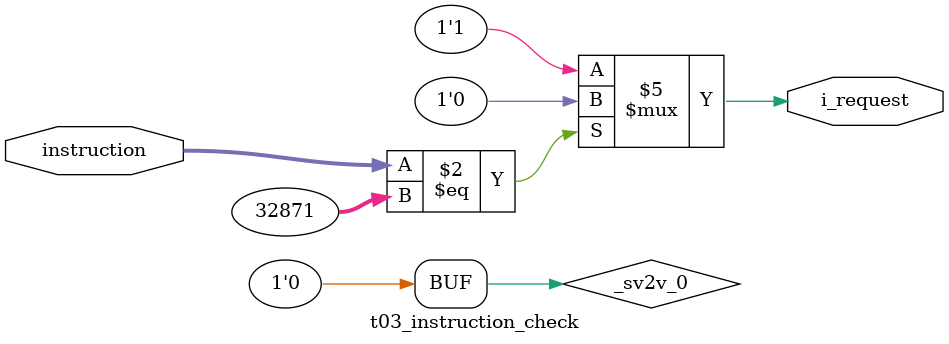
<source format=v>
module t03_instruction_check (
	instruction,
	i_request
);
	reg _sv2v_0;
	input wire [31:0] instruction;
	output reg i_request;
	always @(*) begin
		if (_sv2v_0)
			;
		if (instruction == 32'h00008067)
			i_request = 1'b0;
		else
			i_request = 1'b1;
	end
	initial _sv2v_0 = 0;
endmodule

</source>
